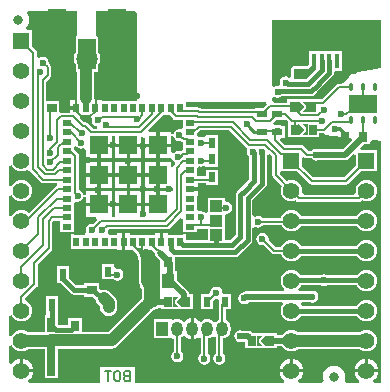
<source format=gbr>
%TF.GenerationSoftware,Altium Limited,Altium Designer,18.1.6 (161)*%
G04 Layer_Physical_Order=2*
G04 Layer_Color=16711680*
%FSLAX26Y26*%
%MOIN*%
%TF.FileFunction,Copper,L2,Bot,Signal*%
%TF.Part,Single*%
G01*
G75*
%TA.AperFunction,SMDPad,CuDef*%
%ADD10R,0.039370X0.039370*%
%ADD11R,0.030000X0.034000*%
%ADD13R,0.060000X0.160000*%
%TA.AperFunction,FiducialPad,Global*%
%ADD14C,0.031496*%
%TA.AperFunction,SMDPad,CuDef*%
%ADD15R,0.034000X0.030000*%
%TA.AperFunction,Conductor*%
%ADD16C,0.007874*%
%ADD18C,0.010000*%
%ADD19C,0.040000*%
%ADD20C,0.015000*%
%ADD21C,0.008000*%
%ADD22C,0.020000*%
%TA.AperFunction,NonConductor*%
%ADD23C,0.007874*%
%TA.AperFunction,ComponentPad*%
%ADD24R,0.055000X0.055000*%
%ADD25C,0.055000*%
%ADD26O,0.040000X0.047244*%
%ADD27R,0.040000X0.047244*%
%ADD28C,0.071000*%
%ADD29O,0.039370X0.059055*%
%TA.AperFunction,ViaPad*%
%ADD30C,0.023622*%
%TA.AperFunction,SMDPad,CuDef*%
%ADD31R,0.019685X0.031496*%
%ADD32R,0.031496X0.019685*%
%TA.AperFunction,BGAPad,CuDef*%
%ADD33R,0.062992X0.062992*%
%TA.AperFunction,SMDPad,CuDef*%
%ADD34R,0.024000X0.034000*%
%ADD35R,0.094488X0.059055*%
G04:AMPARAMS|DCode=36|XSize=15.748mil|YSize=23.622mil|CornerRadius=3.937mil|HoleSize=0mil|Usage=FLASHONLY|Rotation=0.000|XOffset=0mil|YOffset=0mil|HoleType=Round|Shape=RoundedRectangle|*
%AMROUNDEDRECTD36*
21,1,0.015748,0.015748,0,0,0.0*
21,1,0.007874,0.023622,0,0,0.0*
1,1,0.007874,0.003937,-0.007874*
1,1,0.007874,-0.003937,-0.007874*
1,1,0.007874,-0.003937,0.007874*
1,1,0.007874,0.003937,0.007874*
%
%ADD36ROUNDEDRECTD36*%
%ADD37R,0.024000X0.039000*%
%ADD38R,0.028000X0.048000*%
%ADD39R,0.015748X0.051181*%
%TA.AperFunction,SMDPad,SMDef*%
%ADD40R,0.153540X0.086610*%
%TA.AperFunction,SMDPad,CuDef*%
%ADD41R,0.042000X0.087000*%
%ADD42R,0.042000X0.042000*%
%ADD43R,0.060000X0.100000*%
%ADD44R,0.039000X0.049000*%
%ADD45R,0.034000X0.024000*%
%TA.AperFunction,Conductor*%
%ADD46C,0.039370*%
%ADD47C,0.019685*%
%ADD48C,0.025000*%
%ADD49C,0.016000*%
%ADD50C,0.011811*%
G36*
X1034000Y1056764D02*
X1029697Y1052462D01*
X1028431Y1051616D01*
X999490Y1022675D01*
X957971D01*
X957971Y1056928D01*
X1007927Y1056927D01*
X1017203Y1066203D01*
X1034000D01*
Y1056764D01*
D02*
G37*
G36*
X1249808Y1059276D02*
X1098323Y1033660D01*
X1097244Y1034277D01*
X1092743Y1040032D01*
X1094306Y1048032D01*
X1118213D01*
Y1114961D01*
X1009945D01*
Y1070743D01*
X1004158Y1064956D01*
X957971Y1064956D01*
X954899Y1064345D01*
X952294Y1062605D01*
X950554Y1060000D01*
X949943Y1056928D01*
X949943Y1031475D01*
X941943Y1027198D01*
X939177Y1029047D01*
X931496Y1030575D01*
X923815Y1029047D01*
X917304Y1024696D01*
X912953Y1018185D01*
X911425Y1010504D01*
X912161Y1006803D01*
X906074Y999901D01*
X906004Y999871D01*
X905000Y1000071D01*
X897319Y998543D01*
X893827Y996209D01*
X885827Y1000041D01*
X885827Y1219965D01*
X1249808D01*
Y1059276D01*
D02*
G37*
G36*
X1062000Y994180D02*
Y965626D01*
X1051481Y955107D01*
X1033001D01*
X1033000Y955107D01*
X1031830Y954874D01*
X1006524D01*
X1005748Y955028D01*
X987001Y955027D01*
X987000Y955027D01*
X982874Y954874D01*
X974997Y955029D01*
X974938Y955029D01*
X971998Y955028D01*
X971223Y954874D01*
X937126D01*
Y942981D01*
X892576D01*
X885827Y950981D01*
Y959959D01*
X893827Y963791D01*
X897319Y961457D01*
X905000Y959929D01*
X912681Y961457D01*
X918469Y965325D01*
X1015759D01*
X1021758Y966518D01*
X1026843Y969916D01*
X1045813Y988886D01*
X1046660Y990153D01*
X1054000Y997494D01*
X1062000Y994180D01*
D02*
G37*
G36*
X429677Y1249609D02*
X437008Y1241611D01*
X437008Y948622D01*
X318150D01*
Y952559D01*
X300204D01*
X293115Y960000D01*
Y1047126D01*
X306874D01*
Y1068109D01*
X306887Y1068126D01*
X311258Y1078677D01*
X312748Y1090000D01*
X311258Y1101323D01*
X306887Y1111874D01*
X306874Y1111891D01*
Y1162874D01*
X306461Y1163078D01*
X300635Y1169331D01*
Y1249611D01*
X429668D01*
X429677Y1249609D01*
D02*
G37*
G36*
X864766Y946000D02*
X866414Y943597D01*
X867834Y938000D01*
X866729Y936894D01*
X866546Y936620D01*
X856799Y926874D01*
X828126D01*
Y923420D01*
X648610D01*
X647744Y924287D01*
X647561Y924561D01*
X643633Y927185D01*
X639000Y928107D01*
X597677D01*
Y946000D01*
X864766Y946000D01*
D02*
G37*
G36*
X1005748Y913000D02*
X987001D01*
X998998Y923998D01*
X999000Y935001D01*
X987001Y946999D01*
X1005748Y947000D01*
Y913000D01*
D02*
G37*
G36*
X991000Y931000D02*
Y929000D01*
X974994Y912995D01*
X972000D01*
Y947000D01*
X974999Y947001D01*
X991000Y931000D01*
D02*
G37*
G36*
X237334Y1169331D02*
X231482Y1163051D01*
X231126Y1162874D01*
Y1111891D01*
X231113Y1111874D01*
X226742Y1101323D01*
X225252Y1090000D01*
X226742Y1078677D01*
X231113Y1068126D01*
X231126Y1068109D01*
Y1047126D01*
X236886D01*
Y960000D01*
X229796Y952559D01*
X211850D01*
Y930905D01*
X233504D01*
Y919095D01*
X211850D01*
Y909483D01*
X181279D01*
X181279Y909483D01*
X181042Y909715D01*
X175874Y916579D01*
Y947874D01*
X133422D01*
Y1013805D01*
X146245Y1026629D01*
X146246Y1026629D01*
X148870Y1030556D01*
X149792Y1035189D01*
X149792Y1035190D01*
Y1061315D01*
X148870Y1065948D01*
X146246Y1069876D01*
X146245Y1069876D01*
X140830Y1075292D01*
X141071Y1076504D01*
X139543Y1084185D01*
X135192Y1090696D01*
X128681Y1095047D01*
X121000Y1096575D01*
X113319Y1095047D01*
X109674Y1092611D01*
X101674Y1096316D01*
Y1110433D01*
X100752Y1115066D01*
X98128Y1118994D01*
X98127Y1118994D01*
X85371Y1131751D01*
Y1185377D01*
X68566D01*
X65851Y1193377D01*
X66287Y1193713D01*
X72195Y1201412D01*
X75909Y1210378D01*
X77176Y1220000D01*
X75909Y1229622D01*
X72195Y1238588D01*
X69876Y1241611D01*
X73821Y1249611D01*
X237334D01*
Y1169331D01*
D02*
G37*
G36*
X934638Y885332D02*
X938103Y878747D01*
X938103D01*
X938103Y878747D01*
Y828999D01*
X972178D01*
X972977Y828840D01*
X975970D01*
X976770Y828999D01*
X983851D01*
X983851Y828999D01*
X987629Y828852D01*
X987658Y828857D01*
X987978Y828845D01*
X1006725D01*
X1007501Y828999D01*
X1043851D01*
Y841831D01*
X1060279D01*
X1060279Y841831D01*
X1062000Y840418D01*
Y836000D01*
X1150227Y826197D01*
X1152875Y818648D01*
X1122451Y788224D01*
X1041158D01*
X1040681Y788543D01*
X1033000Y790071D01*
X1025319Y788543D01*
X1018808Y784192D01*
X1017414Y782107D01*
X1006807D01*
X990979Y797935D01*
X987051Y800559D01*
X982418Y801481D01*
X982418Y801481D01*
X930641D01*
X912995Y819126D01*
X916309Y827126D01*
X927874D01*
Y866874D01*
X916413D01*
X915759Y867311D01*
X911126Y868233D01*
X894626D01*
X892848Y867879D01*
X887961Y874050D01*
X887905Y874874D01*
X900157Y887126D01*
X927874D01*
Y887126D01*
X931388Y888582D01*
X934638Y885332D01*
D02*
G37*
G36*
X274843Y897441D02*
X281417D01*
X286012Y889441D01*
X284929Y884000D01*
X286457Y876319D01*
X290808Y869808D01*
X297319Y865457D01*
X301581Y864609D01*
X300793Y856609D01*
X288828D01*
X271300Y874137D01*
X267393Y876748D01*
X262784Y877664D01*
X262784Y877664D01*
X259455D01*
X247070Y890050D01*
X250131Y897441D01*
X255157D01*
Y901378D01*
X274843D01*
Y897441D01*
D02*
G37*
G36*
X556485Y888926D02*
X560392Y886315D01*
X565000Y885398D01*
X565000Y885399D01*
X587835D01*
Y860253D01*
X586999Y858902D01*
X584165Y856345D01*
X579835Y854308D01*
X576000Y855071D01*
X568319Y853543D01*
X561808Y849192D01*
X557457Y842681D01*
X556462Y837681D01*
X548462Y838469D01*
Y844289D01*
X511061D01*
Y806887D01*
X548462D01*
Y831531D01*
X556462Y832319D01*
X557457Y827319D01*
X561808Y820808D01*
X568319Y816457D01*
X576000Y814929D01*
X580583Y815841D01*
X582301Y814123D01*
X582301Y814122D01*
X586208Y811512D01*
X587835Y811188D01*
Y785847D01*
X581004Y781235D01*
X579681Y781543D01*
X572000Y783071D01*
X564319Y781543D01*
X557808Y777192D01*
X556462Y775179D01*
X548462Y777605D01*
Y795076D01*
X511061D01*
Y757675D01*
X546596D01*
X548462Y757675D01*
X554710Y753444D01*
X557808Y748808D01*
X560841Y746781D01*
X562631Y737257D01*
X559526Y734152D01*
X556902Y730224D01*
X556462Y728017D01*
X548462Y728805D01*
Y745864D01*
X511061D01*
Y702556D01*
Y659250D01*
X547980D01*
X548462Y659249D01*
X555980Y658085D01*
Y648603D01*
X548462Y647438D01*
Y647438D01*
X511061D01*
Y604131D01*
X505156D01*
Y598226D01*
X461849D01*
Y561422D01*
X450037D01*
Y598226D01*
X406730D01*
X363423D01*
Y561422D01*
X351612D01*
Y598226D01*
X308305D01*
X264998D01*
Y560824D01*
X299450D01*
X302764Y552824D01*
X289179Y539239D01*
X285000Y540071D01*
X277319Y538543D01*
X270808Y534192D01*
X266457Y527681D01*
X264929Y520000D01*
X266457Y512319D01*
X266844Y511740D01*
X262568Y503740D01*
X225934D01*
X225630Y511614D01*
X225630D01*
Y543110D01*
Y574606D01*
Y608328D01*
X233630Y613687D01*
X237441Y612929D01*
X245122Y614457D01*
X251633Y618808D01*
X255984Y625319D01*
X256998Y630418D01*
X264998Y629630D01*
Y610037D01*
X302400D01*
Y647438D01*
X264998D01*
Y636370D01*
X256998Y635582D01*
X255984Y640681D01*
X251633Y647192D01*
X245122Y651543D01*
X241737Y652216D01*
Y765370D01*
X241737Y765370D01*
X240815Y770003D01*
X238191Y773931D01*
X225630Y786491D01*
Y796641D01*
X233630Y799067D01*
X235808Y795808D01*
X242319Y791457D01*
X250000Y789929D01*
X256998Y791321D01*
X258094Y791189D01*
X264998Y786725D01*
Y757675D01*
X302400D01*
Y800981D01*
X308305D01*
Y806887D01*
X351612D01*
Y832460D01*
X363423D01*
Y806887D01*
X406730D01*
X450037D01*
Y828000D01*
X453849Y830362D01*
X461849Y825908D01*
Y806887D01*
X499250D01*
Y844289D01*
X474718D01*
X471656Y851680D01*
X521355Y901378D01*
X544032D01*
X556485Y888926D01*
D02*
G37*
G36*
X1006725Y836873D02*
X987978D01*
X999975Y847871D01*
X999977Y858874D01*
X987978Y870872D01*
X1006725Y870873D01*
Y836873D01*
D02*
G37*
G36*
X991977Y854873D02*
Y852873D01*
X975970Y836868D01*
X972977D01*
Y870873D01*
X975976Y870874D01*
X991977Y854873D01*
D02*
G37*
G36*
X1164626Y768400D02*
Y731747D01*
X1127300Y694422D01*
X1022700D01*
X985374Y731747D01*
Y758844D01*
X992765Y761906D01*
X993231Y761440D01*
X993232Y761439D01*
X997159Y758815D01*
X1001792Y757893D01*
X1001793Y757893D01*
X1017414D01*
X1018808Y755808D01*
X1025319Y751457D01*
X1033000Y749929D01*
X1040681Y751457D01*
X1041158Y751776D01*
X1129999D01*
X1130000Y751776D01*
X1136974Y753163D01*
X1142887Y757114D01*
X1157235Y771462D01*
X1164626Y768400D01*
D02*
G37*
G36*
X798809Y795125D02*
X803209Y787681D01*
X801681Y780000D01*
X803209Y772319D01*
X807560Y765808D01*
X810388Y763918D01*
Y687911D01*
X783916Y661439D01*
X783916Y661439D01*
X768916Y646439D01*
X765518Y641354D01*
X764325Y635355D01*
Y502848D01*
X747152Y485675D01*
X727559D01*
Y522441D01*
Y565976D01*
X733609Y572929D01*
X741289Y574457D01*
X747801Y578808D01*
X752151Y585319D01*
X753679Y593000D01*
X752151Y600681D01*
X747801Y607192D01*
X741289Y611543D01*
X733609Y613071D01*
X727559Y618035D01*
Y624803D01*
X701203D01*
X700000Y625042D01*
X685000D01*
X683797Y624803D01*
X672441D01*
Y578246D01*
X664441Y575820D01*
X664192Y576192D01*
X657681Y580543D01*
X650000Y582071D01*
X643079Y580694D01*
X641757Y580914D01*
X635079Y585327D01*
Y633662D01*
X639016D01*
Y649409D01*
X611457D01*
Y661220D01*
X639016D01*
Y674704D01*
X665126D01*
Y670126D01*
X704874D01*
Y719874D01*
X665126D01*
Y698918D01*
X635079D01*
Y726673D01*
X641757Y731086D01*
X643079Y731306D01*
X650000Y729929D01*
X657126Y731347D01*
X657623Y731325D01*
X665126Y730126D01*
Y730126D01*
X665126Y730126D01*
X704874D01*
Y779874D01*
X704874D01*
Y785126D01*
X704874D01*
Y834874D01*
X665126D01*
Y833190D01*
X657912Y828687D01*
X657126Y828653D01*
X650000Y830071D01*
X643079Y828694D01*
X641757Y828914D01*
X636401Y832453D01*
X635874Y840701D01*
X646067Y850893D01*
X743040D01*
X798809Y795125D01*
D02*
G37*
G36*
X1249808Y815133D02*
Y10035D01*
X1225633D01*
X1222917Y18035D01*
X1228037Y21963D01*
X1234338Y30175D01*
X1238299Y39738D01*
X1238873Y44094D01*
X1200000D01*
X1161127D01*
X1161701Y39738D01*
X1165662Y30175D01*
X1171963Y21963D01*
X1177083Y18035D01*
X1174367Y10035D01*
X1133108D01*
X1127763Y18035D01*
X1128733Y20378D01*
X1130000Y30000D01*
X1128733Y39622D01*
X1125019Y48588D01*
X1119111Y56288D01*
X1111412Y62196D01*
X1102446Y65909D01*
X1092824Y67176D01*
X1083202Y65909D01*
X1074236Y62196D01*
X1066536Y56288D01*
X1060628Y48588D01*
X1056914Y39622D01*
X1055648Y30000D01*
X1056914Y20378D01*
X1057885Y18035D01*
X1052540Y10035D01*
X975633D01*
X972917Y18035D01*
X978037Y21963D01*
X984338Y30175D01*
X988299Y39738D01*
X988873Y44094D01*
X950000D01*
X911127D01*
X911701Y39738D01*
X915662Y30175D01*
X921963Y21963D01*
X927083Y18035D01*
X924367Y10035D01*
X427748Y10035D01*
Y63234D01*
X312290D01*
Y10035D01*
X75633D01*
X72918Y18035D01*
X78037Y21963D01*
X84338Y30175D01*
X88299Y39738D01*
X88873Y44094D01*
X50000D01*
Y50000D01*
X44094D01*
Y88873D01*
X39738Y88299D01*
X30175Y84338D01*
X21963Y78037D01*
X18035Y72918D01*
X10035Y75633D01*
Y133143D01*
X18035Y134734D01*
X19101Y132160D01*
X24771Y124771D01*
X32160Y119101D01*
X40766Y115537D01*
X50000Y114321D01*
X59234Y115537D01*
X67840Y119101D01*
X71883Y122203D01*
X129227D01*
Y88874D01*
X128126D01*
Y25126D01*
X171874D01*
Y88874D01*
X170773D01*
Y123203D01*
X351000D01*
X358194Y124150D01*
X364898Y126927D01*
X370655Y131345D01*
X483155Y243845D01*
X487280Y249220D01*
X492655Y253345D01*
X494086Y254776D01*
X497000D01*
X503974Y256163D01*
X507374Y257626D01*
X515300Y257448D01*
X517126Y256548D01*
Y255126D01*
X553476D01*
X554252Y254972D01*
X572999Y254973D01*
X573000Y254973D01*
X577126Y255126D01*
X585003Y254971D01*
X585062Y254971D01*
X588002Y254972D01*
X588777Y255126D01*
X622874D01*
Y304874D01*
X609004D01*
X607710Y311378D01*
X603760Y317290D01*
X603759Y317290D01*
X567374Y353676D01*
Y382374D01*
X563224D01*
Y410000D01*
X562874Y411761D01*
Y429325D01*
X764000D01*
X769999Y430518D01*
X775084Y433916D01*
X816084Y474916D01*
X819482Y480001D01*
X820675Y486000D01*
Y525948D01*
X828675Y530224D01*
X831319Y528457D01*
X839000Y526929D01*
X846681Y528457D01*
X853192Y532808D01*
X854629Y534958D01*
X917942D01*
X919101Y532160D01*
X924771Y524771D01*
X932160Y519101D01*
X940765Y515537D01*
X950000Y514321D01*
X959235Y515537D01*
X967840Y519101D01*
X975229Y524771D01*
X980899Y532160D01*
X981585Y533815D01*
X1168416D01*
X1169101Y532160D01*
X1174771Y524771D01*
X1182160Y519101D01*
X1190765Y515537D01*
X1200000Y514321D01*
X1209235Y515537D01*
X1217840Y519101D01*
X1225229Y524771D01*
X1230899Y532160D01*
X1234464Y540765D01*
X1235679Y550000D01*
X1234464Y559235D01*
X1230899Y567840D01*
X1225229Y575229D01*
X1217840Y580899D01*
X1209235Y584463D01*
X1200000Y585679D01*
X1190765Y584463D01*
X1182160Y580899D01*
X1174771Y575229D01*
X1169101Y567840D01*
X1168416Y566185D01*
X981585D01*
X980899Y567840D01*
X975229Y575229D01*
X967840Y580899D01*
X959235Y584463D01*
X950000Y585679D01*
X940765Y584463D01*
X932160Y580899D01*
X924771Y575229D01*
X919101Y567840D01*
X915537Y559235D01*
X915511Y559042D01*
X854629D01*
X853192Y561192D01*
X846681Y565543D01*
X839000Y567071D01*
X831319Y565543D01*
X828675Y563776D01*
X820675Y568052D01*
Y618507D01*
X864332Y662164D01*
X867730Y667249D01*
X868923Y673248D01*
Y768028D01*
X869467Y768841D01*
X878991Y770631D01*
X886767Y762855D01*
Y701126D01*
X886767Y701126D01*
X887689Y696493D01*
X890313Y692565D01*
X917911Y664967D01*
X915537Y659235D01*
X914321Y650000D01*
X915537Y640765D01*
X919101Y632160D01*
X924771Y624771D01*
X932160Y619101D01*
X940765Y615537D01*
X950000Y614321D01*
X959235Y615537D01*
X964967Y617911D01*
X966668Y616210D01*
X970596Y613586D01*
X975229Y612664D01*
X975230Y612664D01*
X1174771D01*
X1174771Y612664D01*
X1179404Y613586D01*
X1183332Y616210D01*
X1185033Y617911D01*
X1190765Y615537D01*
X1200000Y614321D01*
X1209235Y615537D01*
X1217840Y619101D01*
X1225229Y624771D01*
X1230899Y632160D01*
X1234464Y640765D01*
X1235679Y650000D01*
X1234464Y659235D01*
X1230899Y667840D01*
X1225229Y675229D01*
X1217840Y680899D01*
X1209235Y684463D01*
X1200000Y685679D01*
X1190765Y684463D01*
X1182160Y680899D01*
X1174771Y675229D01*
X1169101Y667840D01*
X1165536Y659235D01*
X1164321Y650000D01*
X1164995Y644878D01*
X1159247Y636878D01*
X990753D01*
X985005Y644878D01*
X985679Y650000D01*
X984463Y659235D01*
X980899Y667840D01*
X975229Y675229D01*
X967840Y680899D01*
X959235Y684463D01*
X950000Y685679D01*
X940765Y684463D01*
X935033Y682089D01*
X910981Y706141D01*
Y708136D01*
X914626Y714626D01*
X968253D01*
X1009124Y673755D01*
X1009124Y673754D01*
X1013052Y671130D01*
X1017685Y670208D01*
X1132314D01*
X1132315Y670208D01*
X1136948Y671130D01*
X1140876Y673754D01*
X1181747Y714626D01*
X1235374D01*
Y785374D01*
X1181600D01*
X1178538Y792765D01*
X1190899Y805126D01*
X1212874D01*
Y813239D01*
X1218835Y818574D01*
X1249808Y815133D01*
D02*
G37*
G36*
X19098Y732164D02*
X24768Y724774D01*
X32157Y719104D01*
X40762Y715540D01*
X49997Y714324D01*
X59231Y715540D01*
X67836Y719104D01*
X69644Y720491D01*
X70199Y720522D01*
X78242Y717005D01*
X78382Y716300D01*
X81006Y712372D01*
X115128Y678251D01*
X115128Y678250D01*
X119056Y675626D01*
X123689Y674704D01*
X123689Y674704D01*
X167921D01*
X168709Y666704D01*
X167682Y666500D01*
X163754Y663876D01*
X163754Y663875D01*
X75161Y575282D01*
X67836Y580902D01*
X59231Y584467D01*
X49997Y585682D01*
X40762Y584467D01*
X32157Y580902D01*
X24768Y575232D01*
X19098Y567843D01*
X18035Y565277D01*
X10035Y566868D01*
Y633138D01*
X18035Y634730D01*
X19098Y632164D01*
X24768Y624774D01*
X32157Y619104D01*
X40762Y615540D01*
X49997Y614324D01*
X59231Y615540D01*
X67836Y619104D01*
X75226Y624774D01*
X80896Y632164D01*
X84460Y640769D01*
X85676Y650003D01*
X84460Y659238D01*
X80896Y667843D01*
X75226Y675232D01*
X67836Y680902D01*
X59231Y684467D01*
X49997Y685682D01*
X40762Y684467D01*
X32157Y680902D01*
X24768Y675232D01*
X19098Y667843D01*
X18035Y665277D01*
X10035Y666868D01*
Y733138D01*
X18035Y734730D01*
X19098Y732164D01*
D02*
G37*
G36*
X587835Y557183D02*
Y511614D01*
X587835D01*
X587531Y503740D01*
X538622D01*
Y507677D01*
X522874D01*
Y480118D01*
X511063D01*
Y507677D01*
X495315D01*
Y503740D01*
X412638D01*
Y507677D01*
X396890D01*
Y480118D01*
Y452559D01*
X412638D01*
Y452559D01*
X420638Y453332D01*
X428302Y445668D01*
X428302Y445668D01*
X436850Y437120D01*
X436746Y436336D01*
X437694Y429142D01*
X440471Y422438D01*
X442203Y420179D01*
Y350000D01*
X443150Y342806D01*
X445927Y336102D01*
X447126Y334539D01*
Y325126D01*
X452626Y322374D01*
Y291719D01*
X449220Y287280D01*
X443845Y283155D01*
X339486Y178797D01*
X252874D01*
Y224874D01*
X207126D01*
Y203185D01*
X172704D01*
X171874Y204015D01*
Y234874D01*
X171874D01*
X172473Y242626D01*
X172874D01*
Y297374D01*
X133126D01*
Y242626D01*
X133126D01*
X132527Y234874D01*
X128126D01*
Y177797D01*
X71883D01*
X67840Y180899D01*
X59234Y184464D01*
X50000Y185679D01*
X40766Y184464D01*
X32160Y180899D01*
X24771Y175229D01*
X19101Y167840D01*
X18035Y165266D01*
X10035Y166857D01*
Y233138D01*
X18035Y234730D01*
X19098Y232164D01*
X24768Y224774D01*
X32157Y219104D01*
X40762Y215540D01*
X49997Y214324D01*
X59231Y215540D01*
X67836Y219104D01*
X75226Y224774D01*
X80896Y232164D01*
X84460Y240769D01*
X85676Y250003D01*
X84460Y259238D01*
X80896Y267843D01*
X75226Y275232D01*
X67836Y280902D01*
X64484Y282291D01*
X63466Y290668D01*
X101899Y329101D01*
X101899Y329101D01*
X104523Y333029D01*
X105445Y337662D01*
X105445Y337662D01*
Y405324D01*
X149560Y449439D01*
X149561Y449439D01*
X152185Y453367D01*
X153107Y458000D01*
X153107Y458000D01*
Y543985D01*
X157841Y548720D01*
X178386D01*
Y511614D01*
X215483D01*
X215787Y503740D01*
X215787D01*
Y456496D01*
X369331D01*
Y452559D01*
X385079D01*
Y480118D01*
Y507677D01*
X369331D01*
Y503740D01*
X342858D01*
X338582Y511740D01*
X338706Y511926D01*
X340234Y519606D01*
X341756Y521462D01*
X536672D01*
X536673Y521462D01*
X541281Y522378D01*
X545188Y524989D01*
X580444Y560244D01*
X587835Y557183D01*
D02*
G37*
G36*
X672441Y485675D02*
X597677D01*
Y503740D01*
X597677D01*
X597981Y511614D01*
X635079D01*
Y522208D01*
X672441D01*
Y485675D01*
D02*
G37*
G36*
X485534Y452228D02*
X494939Y442823D01*
X494776Y442000D01*
X496163Y435026D01*
X500113Y429113D01*
X512000Y417227D01*
Y297000D01*
X512000Y281616D01*
X506306Y275996D01*
X460966Y276585D01*
X459895Y277742D01*
X457308Y284633D01*
X458995Y286832D01*
X459460Y287773D01*
X460043Y288646D01*
X460147Y289166D01*
X460381Y289641D01*
X460450Y290689D01*
X460654Y291719D01*
Y322374D01*
X460404Y323635D01*
X460243Y324910D01*
X460100Y325162D01*
X460043Y325446D01*
X459329Y326515D01*
X458693Y327632D01*
X458464Y327810D01*
X458303Y328051D01*
X457233Y328766D01*
X456219Y329553D01*
X455154Y330086D01*
Y334539D01*
X454950Y335569D01*
X454881Y336617D01*
X454647Y337092D01*
X454543Y337612D01*
X453960Y338485D01*
X453495Y339427D01*
X452940Y340150D01*
X450972Y344902D01*
X450231Y350526D01*
Y420179D01*
X450027Y421209D01*
X449958Y422257D01*
X449724Y422732D01*
X449620Y423252D01*
X449037Y424125D01*
X448572Y425067D01*
X447483Y426486D01*
X445515Y431238D01*
X444795Y436705D01*
X444878Y437120D01*
X444673Y438150D01*
X444604Y439198D01*
X444370Y439673D01*
X444267Y440192D01*
X443684Y441065D01*
X443219Y442007D01*
X442821Y442356D01*
X442526Y442797D01*
X440901Y444423D01*
X444229Y452408D01*
X485534Y452228D01*
D02*
G37*
G36*
X561002Y286002D02*
X561000Y274999D01*
X572999Y263001D01*
X554252Y263000D01*
Y297000D01*
X572999D01*
X561002Y286002D01*
D02*
G37*
G36*
X588000Y263000D02*
X585001Y262999D01*
X569000Y279000D01*
Y281000D01*
X585006Y297005D01*
X588000D01*
Y263000D01*
D02*
G37*
%LPC*%
G36*
X450037Y795076D02*
X412636D01*
Y757675D01*
X450037D01*
Y795076D01*
D02*
G37*
G36*
X400825D02*
X363423D01*
Y757675D01*
X400825D01*
Y795076D01*
D02*
G37*
G36*
X351612D02*
X314211D01*
Y757675D01*
X351612D01*
Y795076D01*
D02*
G37*
G36*
X499250D02*
X461849D01*
Y757675D01*
X499250D01*
Y795076D01*
D02*
G37*
G36*
X450037Y745864D02*
X412636D01*
Y708462D01*
X450037D01*
Y745864D01*
D02*
G37*
G36*
X351612D02*
X314211D01*
Y708462D01*
X351612D01*
Y745864D01*
D02*
G37*
G36*
X499250D02*
X461849D01*
Y708462D01*
X499250D01*
Y745864D01*
D02*
G37*
G36*
X400825D02*
X363423D01*
Y708462D01*
X400825D01*
Y745864D01*
D02*
G37*
G36*
X302400D02*
X264998D01*
Y708462D01*
X302400D01*
Y745864D01*
D02*
G37*
G36*
X450037Y696651D02*
X412636D01*
Y659250D01*
X450037D01*
Y696651D01*
D02*
G37*
G36*
X400825D02*
X363423D01*
Y659250D01*
X400825D01*
Y696651D01*
D02*
G37*
G36*
X351612D02*
X314211D01*
Y659250D01*
X351612D01*
Y696651D01*
D02*
G37*
G36*
X302400D02*
X264998D01*
Y659250D01*
X302400D01*
Y696651D01*
D02*
G37*
G36*
X499250D02*
X461849D01*
Y659250D01*
X499250D01*
Y696651D01*
D02*
G37*
G36*
X450037Y647438D02*
X412636D01*
Y610037D01*
X450037D01*
Y647438D01*
D02*
G37*
G36*
X351612D02*
X314211D01*
Y610037D01*
X351612D01*
Y647438D01*
D02*
G37*
G36*
X499250D02*
X461849D01*
Y610037D01*
X499250D01*
Y647438D01*
D02*
G37*
G36*
X400825D02*
X363423D01*
Y610037D01*
X400825D01*
Y647438D01*
D02*
G37*
G36*
X854000Y508981D02*
X846319Y507453D01*
X839808Y503102D01*
X835457Y496591D01*
X833929Y488910D01*
X835457Y481229D01*
X839808Y474718D01*
X846319Y470367D01*
X854000Y468839D01*
X856536Y469344D01*
X884394Y441485D01*
X884394Y441485D01*
X888301Y438874D01*
X892910Y437957D01*
X892910Y437958D01*
X916700D01*
X919101Y432160D01*
X924771Y424771D01*
X932160Y419101D01*
X940765Y415536D01*
X950000Y414321D01*
X959235Y415536D01*
X967840Y419101D01*
X975229Y424771D01*
X980899Y432160D01*
X981585Y433815D01*
X1168416D01*
X1169101Y432160D01*
X1174771Y424771D01*
X1182160Y419101D01*
X1190765Y415536D01*
X1200000Y414321D01*
X1209235Y415536D01*
X1217840Y419101D01*
X1225229Y424771D01*
X1230899Y432160D01*
X1234464Y440765D01*
X1235679Y450000D01*
X1234464Y459235D01*
X1230899Y467840D01*
X1225229Y475229D01*
X1217840Y480899D01*
X1209235Y484464D01*
X1200000Y485679D01*
X1190765Y484464D01*
X1182160Y480899D01*
X1174771Y475229D01*
X1169101Y467840D01*
X1168416Y466185D01*
X981585D01*
X980899Y467840D01*
X975229Y475229D01*
X967840Y480899D01*
X959235Y484464D01*
X950000Y485679D01*
X940765Y484464D01*
X932160Y480899D01*
X924771Y475229D01*
X919101Y467840D01*
X916700Y462042D01*
X897898D01*
X873566Y486374D01*
X874071Y488910D01*
X872543Y496591D01*
X868192Y503102D01*
X861681Y507453D01*
X854000Y508981D01*
D02*
G37*
G36*
X1200000Y385679D02*
X1190765Y384464D01*
X1182160Y380899D01*
X1174771Y375229D01*
X1169366Y368185D01*
X1070209D01*
X1066681Y370543D01*
X1059000Y372071D01*
X1051319Y370543D01*
X1047791Y368185D01*
X980634D01*
X975229Y375229D01*
X967840Y380899D01*
X959235Y384464D01*
X950000Y385679D01*
X940765Y384464D01*
X932160Y380899D01*
X924771Y375229D01*
X919101Y367840D01*
X915537Y359235D01*
X914321Y350000D01*
X915537Y340765D01*
X919101Y332160D01*
X924771Y324771D01*
X926787Y323224D01*
X924071Y315224D01*
X799000D01*
X799000Y315224D01*
X792026Y313837D01*
X786256Y309981D01*
X785634Y309858D01*
X779123Y305507D01*
X774772Y298996D01*
X773244Y291315D01*
X774772Y283634D01*
X779123Y277123D01*
X785634Y272772D01*
X793315Y271244D01*
X800996Y272772D01*
X807507Y277123D01*
X808611Y278776D01*
X917409D01*
X921354Y270776D01*
X919101Y267840D01*
X915537Y259235D01*
X914321Y250000D01*
X915537Y240766D01*
X919101Y232160D01*
X924771Y224771D01*
X932160Y219101D01*
X940765Y215536D01*
X950000Y214321D01*
X959235Y215536D01*
X967840Y219101D01*
X975229Y224771D01*
X980899Y232160D01*
X981585Y233815D01*
X1168416D01*
X1169101Y232160D01*
X1174771Y224771D01*
X1182160Y219101D01*
X1190765Y215536D01*
X1200000Y214321D01*
X1209235Y215536D01*
X1217840Y219101D01*
X1225229Y224771D01*
X1230899Y232160D01*
X1234464Y240766D01*
X1235679Y250000D01*
X1234464Y259235D01*
X1230899Y267840D01*
X1225229Y275229D01*
X1217840Y280899D01*
X1209235Y284464D01*
X1200000Y285679D01*
X1190765Y284464D01*
X1182160Y280899D01*
X1174771Y275229D01*
X1169101Y267840D01*
X1168416Y266185D01*
X984621D01*
X981435Y271255D01*
X985385Y278776D01*
X1011842D01*
X1012319Y278457D01*
X1020000Y276929D01*
X1027681Y278457D01*
X1034192Y282808D01*
X1038543Y289319D01*
X1040071Y297000D01*
X1038543Y304681D01*
X1034192Y311192D01*
X1027681Y315543D01*
X1020000Y317071D01*
X1012319Y315543D01*
X1011842Y315224D01*
X975929D01*
X973213Y323224D01*
X975229Y324771D01*
X980899Y332160D01*
X982413Y335815D01*
X1047791D01*
X1051319Y333457D01*
X1059000Y331929D01*
X1066681Y333457D01*
X1070209Y335815D01*
X1167587D01*
X1169101Y332160D01*
X1174771Y324771D01*
X1182160Y319101D01*
X1190765Y315536D01*
X1200000Y314321D01*
X1209235Y315536D01*
X1217840Y319101D01*
X1225229Y324771D01*
X1230899Y332160D01*
X1234464Y340765D01*
X1235679Y350000D01*
X1234464Y359235D01*
X1230899Y367840D01*
X1225229Y375229D01*
X1217840Y380899D01*
X1209235Y384464D01*
X1200000Y385679D01*
D02*
G37*
G36*
X614095Y224930D02*
X611696Y224614D01*
X603957Y221409D01*
X597625Y216550D01*
X592494Y213502D01*
X589880D01*
X584057Y217970D01*
X577277Y220779D01*
X570000Y221737D01*
X562723Y220779D01*
X555943Y217970D01*
X555874Y217917D01*
X547874Y221496D01*
Y221496D01*
X492126D01*
Y158504D01*
X547874D01*
Y158504D01*
X549957Y159436D01*
X557958Y154251D01*
Y113629D01*
X555808Y112192D01*
X551457Y105681D01*
X549929Y98000D01*
X551457Y90319D01*
X555808Y83808D01*
X562319Y79457D01*
X570000Y77929D01*
X577681Y79457D01*
X584192Y83808D01*
X588543Y90319D01*
X590071Y98000D01*
X588543Y105681D01*
X584192Y112192D01*
X582042Y113629D01*
Y161196D01*
X584057Y162030D01*
X589880Y166498D01*
X592494D01*
X597625Y163450D01*
X603957Y158591D01*
X611696Y155386D01*
X614095Y155070D01*
Y190000D01*
Y224930D01*
D02*
G37*
G36*
X700000Y330071D02*
X692319Y328543D01*
X685808Y324192D01*
X681457Y317681D01*
X679929Y310000D01*
X673275Y304874D01*
X650126D01*
Y255126D01*
X689874D01*
Y282843D01*
X697464Y290434D01*
X700000Y289929D01*
X702126Y290352D01*
X710126Y284202D01*
Y276595D01*
X708815Y274633D01*
X707893Y270000D01*
X707893Y270000D01*
Y218778D01*
X705943Y217970D01*
X700120Y213502D01*
X700042Y213400D01*
X689958D01*
X689880Y213502D01*
X684057Y217970D01*
X677277Y220779D01*
X670000Y221737D01*
X662723Y220779D01*
X655943Y217970D01*
X650120Y213502D01*
X647506D01*
X642375Y216550D01*
X636043Y221409D01*
X628304Y224614D01*
X625905Y224930D01*
Y190000D01*
Y155070D01*
X628304Y155386D01*
X636043Y158591D01*
X639958Y161595D01*
X647958Y158035D01*
Y105629D01*
X645808Y104192D01*
X641457Y97681D01*
X639929Y90000D01*
X641457Y82319D01*
X645808Y75808D01*
X652319Y71457D01*
X660000Y69929D01*
X667681Y71457D01*
X674192Y75808D01*
X678543Y82319D01*
X680071Y90000D01*
X678543Y97681D01*
X674192Y104192D01*
X672042Y105629D01*
Y158532D01*
X677277Y159221D01*
X684057Y162030D01*
X689880Y166498D01*
X689958Y166599D01*
X697958Y163883D01*
Y105629D01*
X695808Y104192D01*
X691457Y97681D01*
X689929Y90000D01*
X691457Y82319D01*
X695808Y75808D01*
X702319Y71457D01*
X710000Y69929D01*
X717681Y71457D01*
X724192Y75808D01*
X728543Y82319D01*
X730071Y90000D01*
X728543Y97681D01*
X724192Y104192D01*
X722042Y105629D01*
Y158532D01*
X727277Y159221D01*
X734057Y162030D01*
X739880Y166498D01*
X744348Y172321D01*
X747157Y179101D01*
X748115Y186378D01*
Y193622D01*
X747157Y200899D01*
X744348Y207679D01*
X739880Y213502D01*
X734057Y217970D01*
X732107Y218778D01*
Y255126D01*
X749874D01*
Y304874D01*
X724278D01*
X720071Y310000D01*
X718543Y317681D01*
X714192Y324192D01*
X707681Y328543D01*
X700000Y330071D01*
D02*
G37*
G36*
X1200000Y185679D02*
X1190765Y184464D01*
X1182160Y180899D01*
X1178117Y177797D01*
X971883D01*
X967840Y180899D01*
X959235Y184464D01*
X950000Y185679D01*
X940765Y184464D01*
X932160Y180899D01*
X924771Y175229D01*
X919396Y168224D01*
X902874D01*
Y174874D01*
X868799D01*
X868000Y175033D01*
X865006D01*
X864207Y174874D01*
X857126D01*
X857126Y174874D01*
X853348Y175021D01*
X853319Y175016D01*
X852999Y175028D01*
X834252D01*
X833476Y174874D01*
X820899D01*
X817886Y177887D01*
X811974Y181837D01*
X805000Y183224D01*
X805000Y183224D01*
X788158D01*
X787681Y183543D01*
X780000Y185071D01*
X772319Y183543D01*
X765808Y179192D01*
X761457Y172681D01*
X759929Y165000D01*
X761457Y157319D01*
X765808Y150808D01*
X772319Y146457D01*
X780000Y144929D01*
X787681Y146457D01*
X788158Y146776D01*
X797126D01*
Y125126D01*
X833476D01*
X834252Y124972D01*
X852999Y124973D01*
X853000Y124973D01*
X857126Y125126D01*
X865003Y124971D01*
X865062Y124971D01*
X868002Y124972D01*
X868777Y125126D01*
X902874D01*
Y131776D01*
X919396D01*
X924771Y124771D01*
X932160Y119101D01*
X940765Y115537D01*
X950000Y114321D01*
X959235Y115537D01*
X967840Y119101D01*
X971883Y122203D01*
X1178117D01*
X1182160Y119101D01*
X1190765Y115537D01*
X1200000Y114321D01*
X1209235Y115537D01*
X1217840Y119101D01*
X1225229Y124771D01*
X1230899Y132160D01*
X1234464Y140766D01*
X1235679Y150000D01*
X1234464Y159234D01*
X1230899Y167840D01*
X1225229Y175229D01*
X1217840Y180899D01*
X1209235Y184464D01*
X1200000Y185679D01*
D02*
G37*
G36*
X1205906Y88873D02*
Y55906D01*
X1238873D01*
X1238299Y60262D01*
X1234338Y69825D01*
X1228037Y78037D01*
X1219825Y84338D01*
X1210262Y88299D01*
X1205906Y88873D01*
D02*
G37*
G36*
X955905D02*
Y55906D01*
X988873D01*
X988299Y60262D01*
X984338Y69825D01*
X978037Y78037D01*
X969825Y84338D01*
X960262Y88299D01*
X955905Y88873D01*
D02*
G37*
G36*
X55906D02*
Y55906D01*
X88873D01*
X88299Y60262D01*
X84338Y69825D01*
X78037Y78037D01*
X69825Y84338D01*
X60262Y88299D01*
X55906Y88873D01*
D02*
G37*
G36*
X1194094D02*
X1189738Y88299D01*
X1180175Y84338D01*
X1171963Y78037D01*
X1165662Y69825D01*
X1161701Y60262D01*
X1161127Y55906D01*
X1194094D01*
Y88873D01*
D02*
G37*
G36*
X944095D02*
X939738Y88299D01*
X930175Y84338D01*
X921963Y78037D01*
X915662Y69825D01*
X911701Y60262D01*
X911127Y55906D01*
X944095D01*
Y88873D01*
D02*
G37*
%LPD*%
G36*
X841002Y156002D02*
X841000Y144999D01*
X852999Y133001D01*
X834252Y133000D01*
Y167000D01*
X852999D01*
X841002Y156002D01*
D02*
G37*
G36*
X868000Y133000D02*
X865001Y132999D01*
X849000Y149000D01*
Y151000D01*
X865006Y167005D01*
X868000D01*
Y133000D01*
D02*
G37*
%LPC*%
G36*
X359874Y404874D02*
X320126D01*
Y355126D01*
X356828D01*
X362319Y351457D01*
X370000Y349929D01*
X377681Y351457D01*
X384192Y355808D01*
X388543Y362319D01*
X390071Y370000D01*
X388543Y377681D01*
X384192Y384192D01*
X377681Y388543D01*
X370000Y390071D01*
X367874Y389648D01*
X359874Y395798D01*
Y404874D01*
D02*
G37*
G36*
X209874Y397374D02*
X170126D01*
Y342626D01*
X180485D01*
X214555Y308555D01*
X219806Y305047D01*
X226000Y303815D01*
X260126D01*
Y297126D01*
X289985D01*
X296776Y290335D01*
X297553Y284433D01*
X300362Y277653D01*
X304830Y271830D01*
X312885Y263774D01*
Y261000D01*
X313844Y253723D01*
X316652Y246943D01*
X321120Y241120D01*
X326943Y236652D01*
X333723Y233844D01*
X341000Y232886D01*
X348277Y233844D01*
X355057Y236652D01*
X360880Y241120D01*
X365348Y246943D01*
X368156Y253723D01*
X369115Y261000D01*
Y275419D01*
X369115Y275420D01*
X368156Y282696D01*
X365348Y289477D01*
X360880Y295300D01*
X360880Y295300D01*
X344590Y311590D01*
X338767Y316058D01*
X331986Y318866D01*
X324710Y319824D01*
X317433Y318866D01*
X315891Y318228D01*
X309874Y323172D01*
Y342874D01*
X260126D01*
Y336185D01*
X232704D01*
X209874Y359015D01*
Y397374D01*
D02*
G37*
%LPD*%
D10*
X700000Y597244D02*
D03*
Y550000D02*
D03*
Y502756D02*
D03*
D11*
X820000Y150000D02*
D03*
X880000D02*
D03*
X960977Y853873D02*
D03*
X1020977D02*
D03*
X1020000Y930000D02*
D03*
X960000D02*
D03*
X230000Y200000D02*
D03*
X290000D02*
D03*
X540000Y412000D02*
D03*
X600000D02*
D03*
X470000Y350000D02*
D03*
X410000D02*
D03*
X480000Y410000D02*
D03*
X420000D02*
D03*
X600000Y280000D02*
D03*
X540000D02*
D03*
X1190000Y830000D02*
D03*
X1130000D02*
D03*
D13*
X369000Y1175000D02*
D03*
X169000D02*
D03*
D14*
X40000Y1220000D02*
D03*
X1092824Y30000D02*
D03*
D15*
X151000Y985000D02*
D03*
Y925000D02*
D03*
X285000Y320000D02*
D03*
Y260000D02*
D03*
D16*
X436817Y454183D02*
X453976Y454976D01*
X436817Y454183D02*
X454664Y436336D01*
X422480Y468520D02*
X436817Y454183D01*
X454664Y436336D02*
X464543D01*
X422480Y468520D02*
Y480118D01*
X453976Y454976D02*
Y480118D01*
X700000Y610000D02*
X717000Y593000D01*
X685000Y613000D02*
X700000D01*
X430000Y895000D02*
X436000Y889000D01*
X319000Y895000D02*
X430000D01*
X308000Y884000D02*
X319000Y895000D01*
X333794Y868252D02*
X341046Y861000D01*
X333794Y868252D02*
Y869206D01*
X441495Y861000D02*
X485472Y904977D01*
X341046Y861000D02*
X441495D01*
X1120000Y840000D02*
X1124000Y844000D01*
X233504Y914202D02*
Y925000D01*
Y914202D02*
X250265Y897441D01*
X280441D02*
X296496Y913496D01*
X250265Y897441D02*
X280441D01*
X168622Y812656D02*
Y884784D01*
X145000Y789034D02*
X168622Y812656D01*
Y884784D02*
X175000Y891162D01*
X283840Y844567D02*
X310938D01*
X262784Y865622D02*
X283840Y844567D01*
X254467Y865622D02*
X262784D01*
X222648Y897441D02*
X254467Y865622D01*
X181279Y897441D02*
X222648D01*
X296496Y913496D02*
Y925000D01*
X565000Y897441D02*
X635199D01*
X548465Y913976D02*
X565000Y897441D01*
X643622Y911378D02*
X858334D01*
X639000Y916000D02*
X643622Y911378D01*
X853000Y883000D02*
X879000D01*
X903000Y907000D01*
X962000Y883000D02*
X1052000D01*
X954000D02*
X962000D01*
X930000Y907000D02*
X954000Y883000D01*
X903000Y907000D02*
X930000D01*
X858334Y911378D02*
X875289Y928334D01*
X441000Y889000D02*
X453976Y901976D01*
X436000Y889000D02*
X441000D01*
X485472Y904977D02*
Y925000D01*
X212677Y507677D02*
X231677D01*
X234000Y510000D01*
X145000Y919000D02*
X151000Y925000D01*
X145000Y825000D02*
Y919000D01*
X839000Y547000D02*
X941000D01*
X942000Y548000D01*
X945000Y545000D01*
X145000Y776000D02*
Y789034D01*
X583898Y702000D02*
X600205Y718307D01*
X583898Y580729D02*
Y702000D01*
X717000Y593000D02*
X733608D01*
X700000Y610000D02*
Y613000D01*
X580856Y763000D02*
X590376Y772520D01*
X572000Y763000D02*
X580856D01*
X583898Y829557D02*
Y835000D01*
X601614Y822638D02*
X611457Y812795D01*
X590816Y822638D02*
X601614D01*
X583898Y829557D02*
X590816Y822638D01*
X576000Y835000D02*
X583898D01*
X1083000Y807000D02*
X1107000D01*
X582323Y507677D02*
X602323D01*
X568000Y522000D02*
X582323Y507677D01*
X453976Y901976D02*
Y925000D01*
X602677Y772520D02*
X611457Y781299D01*
X590376Y772520D02*
X602677D01*
X305000Y884000D02*
X308000D01*
X332000Y871000D02*
X333794Y869206D01*
X248096Y842000D02*
X253000D01*
X214309Y844291D02*
X248600Y810000D01*
X213065Y877031D02*
X248096Y842000D01*
X203252Y877031D02*
X213065D01*
X202008Y844291D02*
X214309D01*
X248600Y810000D02*
X250000D01*
X181215Y897378D02*
X181279Y897441D01*
X650000Y750000D02*
X680000D01*
X650000Y534315D02*
Y562000D01*
X1052000Y883000D02*
X1054000Y881000D01*
X1107000Y807000D02*
X1130000Y830000D01*
X202008Y875787D02*
X203252Y877031D01*
X1134000Y904000D02*
X1150000Y920000D01*
X1116000Y904000D02*
X1134000D01*
X1020000Y849850D02*
X1024023Y853873D01*
X1020000Y849850D02*
Y860000D01*
X1020977Y853873D02*
X1024023D01*
X1120000Y840000D02*
X1130000Y830000D01*
X570000Y98000D02*
Y190000D01*
X340000Y380000D02*
X350000Y370000D01*
X370000D01*
X516968Y480118D02*
Y492419D01*
X225000Y965000D02*
X232126Y957874D01*
Y926378D02*
Y957874D01*
Y926378D02*
X233504Y925000D01*
X297874Y926378D02*
Y957874D01*
X296496Y925000D02*
X297874Y926378D01*
X680000Y750000D02*
X685000Y755000D01*
X650000Y810000D02*
X685000D01*
X485472Y469320D02*
X503982Y450811D01*
X485472Y469320D02*
Y480118D01*
X548465Y913976D02*
Y925000D01*
X515000Y923032D02*
X516968Y925000D01*
X503982Y450811D02*
X504189D01*
X670000Y280000D02*
X700000Y310000D01*
X660000Y90000D02*
Y180000D01*
X670000Y190000D01*
X710000Y90000D02*
Y180000D01*
X720000Y190000D01*
X1190000Y940000D02*
Y995118D01*
Y830000D02*
Y884882D01*
X1150630Y879622D02*
Y884882D01*
X945000Y545000D02*
X950000Y550000D01*
X854000Y488910D02*
X892910Y450000D01*
X950000D01*
X320163Y519606D02*
X334061Y533504D01*
X536673D01*
X583898Y580729D01*
X600205Y718307D02*
X611457D01*
X504189Y450811D02*
X513000Y442000D01*
X1086028Y879622D02*
X1150630D01*
X1024023Y853873D02*
X1060280D01*
X1086028Y879622D01*
X960977Y853873D02*
Y881977D01*
X962000Y883000D01*
D18*
X825000Y847000D02*
X853000D01*
X808172Y863828D02*
X825000Y847000D01*
D19*
X265000Y1080000D02*
X280000Y1095000D01*
X265000Y960000D02*
Y1080000D01*
X324710Y291710D02*
X341000Y275420D01*
Y261000D02*
Y275420D01*
D20*
X805000Y625000D02*
X853248Y673248D01*
X805000Y486000D02*
Y625000D01*
X764000Y445000D02*
X805000Y486000D01*
X780000Y635355D02*
X795000Y650355D01*
X780000Y496355D02*
Y635355D01*
X753645Y470000D02*
X780000Y496355D01*
X905000Y980000D02*
X910000D01*
X911000Y981000D01*
X931496Y1010504D02*
X934065D01*
X937569Y1007000D02*
X1005983D01*
X934065Y1010504D02*
X937569Y1007000D01*
X911000Y981000D02*
X1015759D01*
X1034729Y999970D01*
X1005983Y1007000D02*
X1039515Y1040532D01*
X795000Y650355D02*
X826322Y681678D01*
X795000Y650355D02*
Y650355D01*
X1048941Y1049537D02*
Y1049958D01*
X1039935Y1040532D02*
X1048941Y1049537D01*
X1039515Y1040532D02*
X1039935D01*
X590079Y470000D02*
X700000D01*
Y502756D01*
X560000Y445000D02*
X764000D01*
X700000Y470000D02*
X753645D01*
X853248Y780000D02*
Y782126D01*
Y673248D02*
Y780000D01*
X1051283Y1052300D02*
Y1081496D01*
X1048941Y1049958D02*
X1051283Y1052300D01*
X548465Y456535D02*
Y480118D01*
Y456535D02*
X560000Y445000D01*
X1076874Y1042535D02*
Y1081496D01*
X1073941Y1039182D02*
Y1039602D01*
X1076874Y1042535D01*
X1050290Y1015532D02*
X1073941Y1039182D01*
X1049870Y1015532D02*
X1050290D01*
X1034729Y999970D02*
Y1000390D01*
X1049870Y1015532D01*
X826063Y681937D02*
Y775689D01*
Y681937D02*
X826322Y681678D01*
X821752Y780000D02*
X826063Y775689D01*
X579961Y480118D02*
X590079Y470000D01*
D21*
X894626Y856126D02*
X911126D01*
X894626Y820374D02*
Y850000D01*
X568087Y725591D02*
X590622Y748126D01*
X568087Y587278D02*
Y725591D01*
X530124Y549315D02*
X568087Y587278D01*
X310938Y844567D02*
X447422D01*
X748055Y863000D02*
X807370Y803685D01*
X622343Y844291D02*
X641052Y863000D01*
X748055D01*
X611457Y844291D02*
X622343D01*
X635199Y897441D02*
X637892Y894748D01*
X614543Y878874D02*
X754630D01*
X611457Y875787D02*
X614543Y878874D01*
X819460Y894748D02*
X831208Y883000D01*
X637892Y894748D02*
X819460D01*
X754630Y878874D02*
X813945Y819559D01*
X831208Y883000D02*
X853000D01*
X877830Y930874D02*
X949874D01*
X875289Y928334D02*
X877830Y930874D01*
X949874D02*
X960000Y941000D01*
X813945Y819559D02*
X869634D01*
X447422Y844567D02*
X515000Y912145D01*
Y923032D01*
X588961Y916000D02*
X639000D01*
X152827Y560827D02*
X202008D01*
X141000Y549000D02*
X152827Y560827D01*
X141000Y458000D02*
Y549000D01*
X160323Y592323D02*
X202008D01*
X124000Y556000D02*
X160323Y592323D01*
X124000Y468323D02*
Y556000D01*
X167819Y623819D02*
X202008D01*
X105000Y561000D02*
X167819Y623819D01*
X105000Y505006D02*
Y561000D01*
X869208Y850000D02*
X894626D01*
X229630Y640811D02*
Y765370D01*
X213701Y781299D02*
X229630Y765370D01*
X202008Y781299D02*
X213701D01*
X229630Y640811D02*
X237441Y633000D01*
X191121Y812795D02*
X202008D01*
X172685Y794359D02*
X191121Y812795D01*
X121315Y734083D02*
Y1018819D01*
X105441Y727508D02*
Y1036441D01*
X89567Y720933D02*
Y1110433D01*
X49997Y1150003D02*
X89567Y1110433D01*
Y720933D02*
X123689Y686811D01*
X172685Y770189D02*
Y794359D01*
X146389Y743894D02*
X172685Y770189D01*
X145000Y743894D02*
X146389D01*
X590622Y748126D02*
X609780D01*
X175000Y891162D02*
X181215Y897378D01*
X609780Y748126D02*
X611457Y749803D01*
X196205Y744000D02*
X202008Y749803D01*
X178602Y744000D02*
X196205D01*
X154811Y720209D02*
X178602Y744000D01*
X105441Y727508D02*
X128614Y704335D01*
X105441Y1036441D02*
X114000Y1045000D01*
X121315Y734083D02*
X135189Y720209D01*
X121315Y1018819D02*
X137685Y1035189D01*
X123689Y686811D02*
X202008D01*
X175358Y718307D02*
X202008D01*
X161386Y704335D02*
X175358Y718307D01*
X128614Y704335D02*
X161386D01*
X135189Y720209D02*
X154811D01*
X172315Y655315D02*
X202008D01*
X67003Y550003D02*
X172315Y655315D01*
X650000Y534315D02*
X685000D01*
X616441D02*
X650000D01*
X611457Y529331D02*
X616441Y534315D01*
X685000D02*
Y545000D01*
X579961Y925000D02*
X588961Y916000D01*
X121000Y1076504D02*
X122496D01*
X137685Y1061315D01*
Y1035189D02*
Y1061315D01*
X49997Y294320D02*
X93338Y337662D01*
Y410338D02*
X141000Y458000D01*
X93338Y337662D02*
Y410338D01*
X49997Y250003D02*
Y294320D01*
Y550003D02*
X67003D01*
X981874Y901126D02*
X1039918D01*
X960000Y923000D02*
X981874Y901126D01*
X1039918D02*
X1057792Y919000D01*
X1058000D01*
X915693Y773500D02*
X926500D01*
X950000Y750000D01*
X925626Y789374D02*
X982418D01*
X894626Y820374D02*
X925626Y789374D01*
X807370Y803685D02*
X863059D01*
X898874Y767870D01*
X982418Y789374D02*
X1001792Y770000D01*
X49997Y394320D02*
X124000Y468323D01*
X49997Y450003D02*
X105000Y505006D01*
X296478Y529417D02*
Y529417D01*
X287061Y520000D02*
X296478Y529417D01*
X49997Y350003D02*
Y394320D01*
X285000Y520000D02*
X287061D01*
X676811Y686811D02*
X685000Y695000D01*
X611457Y686811D02*
X676811D01*
X720000Y190000D02*
Y270000D01*
X730000Y280000D01*
X960000Y930000D02*
Y941000D01*
Y923000D02*
Y930000D01*
X1020000D02*
X1033000Y943000D01*
X950000Y750000D02*
X1017685Y682315D01*
X1132315D02*
X1200000Y750000D01*
X898874Y701126D02*
X950000Y650000D01*
X975229Y624771D01*
X1174771D01*
X1200000Y650000D01*
X1017685Y682315D02*
X1132315D01*
X296478Y529417D02*
X316376Y549315D01*
X530124D01*
X1033000Y943000D02*
X1056496D01*
X1108614Y995118D02*
X1150630D01*
X1056496Y943000D02*
X1108614Y995118D01*
X869634Y819559D02*
X915693Y773500D01*
X898874Y701126D02*
Y767870D01*
X1001792Y770000D02*
X1033000D01*
D22*
X473000Y273000D02*
X497000D01*
X490000Y280000D02*
X540000D01*
X480000Y290000D02*
X490000Y280000D01*
X513000Y442000D02*
X545000Y410000D01*
X540000Y350000D02*
X545277D01*
X590756Y289479D02*
X590873Y289362D01*
X590756Y289479D02*
X590873Y289596D01*
Y304404D01*
X545277Y350000D02*
X590873Y304404D01*
X590638Y289362D02*
X600000Y280000D01*
X590638Y289362D02*
X590873D01*
X463500Y263500D02*
X473000Y273000D01*
X980315Y1045767D02*
X983082Y1043000D01*
X995000D01*
X799000Y297000D02*
X1020000D01*
X793315Y291315D02*
X799000Y297000D01*
X545000Y373090D02*
Y410000D01*
X533315Y361405D02*
X545000Y373090D01*
X880000Y150000D02*
X950000D01*
X1130000Y770000D02*
X1190000Y830000D01*
X1033000Y770000D02*
X1130000D01*
X780000Y165000D02*
X805000D01*
X820000Y150000D01*
D23*
X412000Y47486D02*
Y16000D01*
X396257D01*
X391009Y21248D01*
Y26495D01*
X396257Y31743D01*
X412000D01*
X396257D01*
X391009Y36991D01*
Y42238D01*
X396257Y47486D01*
X412000D01*
X364771D02*
X375266D01*
X380514Y42238D01*
Y21248D01*
X375266Y16000D01*
X364771D01*
X359524Y21248D01*
Y42238D01*
X364771Y47486D01*
X349028D02*
X328038D01*
X338533D01*
Y16000D01*
D24*
X1200000Y750000D02*
D03*
X950000D02*
D03*
X49997Y1150003D02*
D03*
D25*
X1200000Y550000D02*
D03*
Y450000D02*
D03*
Y650000D02*
D03*
Y350000D02*
D03*
Y250000D02*
D03*
Y150000D02*
D03*
Y50000D02*
D03*
X950000Y550000D02*
D03*
Y450000D02*
D03*
Y650000D02*
D03*
Y350000D02*
D03*
Y250000D02*
D03*
Y150000D02*
D03*
Y50000D02*
D03*
X49997Y1050003D02*
D03*
Y950003D02*
D03*
Y650003D02*
D03*
Y850003D02*
D03*
Y750003D02*
D03*
Y550003D02*
D03*
X50000Y150000D02*
D03*
Y50000D02*
D03*
X49997Y450003D02*
D03*
Y350003D02*
D03*
Y250003D02*
D03*
D26*
X670000Y190000D02*
D03*
X620000D02*
D03*
X720000D02*
D03*
X570000D02*
D03*
D27*
X520000D02*
D03*
D28*
X269000Y1090000D02*
D03*
D29*
X934748Y1175000D02*
D03*
X1219000D02*
D03*
D30*
X333794Y868252D02*
D03*
X801000Y871000D02*
D03*
X436000Y889000D02*
D03*
X535000Y886000D02*
D03*
X575000Y869000D02*
D03*
X905000Y980000D02*
D03*
X931000Y1042000D02*
D03*
X900000Y1021000D02*
D03*
X901575Y1051181D02*
D03*
X931496Y1010504D02*
D03*
X973000Y1035000D02*
D03*
X995000Y1043000D02*
D03*
X145000Y825000D02*
D03*
X748000Y522000D02*
D03*
X839000Y547000D02*
D03*
X273000Y752000D02*
D03*
X145000Y776000D02*
D03*
X733608Y593000D02*
D03*
X572000Y763000D02*
D03*
X576000Y835000D02*
D03*
X1083000Y807000D02*
D03*
X641000Y503000D02*
D03*
X568000Y522000D02*
D03*
X172000Y488000D02*
D03*
X109000Y652000D02*
D03*
X53000Y600000D02*
D03*
X237441Y633000D02*
D03*
X456000Y800000D02*
D03*
X253000Y604000D02*
D03*
X305000Y884000D02*
D03*
X253000Y842000D02*
D03*
X250000Y810000D02*
D03*
X145000Y743894D02*
D03*
X649000Y653000D02*
D03*
X650000Y750000D02*
D03*
Y562000D02*
D03*
X121000Y1076504D02*
D03*
X114000Y1045000D02*
D03*
X1202000Y1122000D02*
D03*
X853248Y780000D02*
D03*
X821752D02*
D03*
X1054000Y881000D02*
D03*
X1058000Y919000D02*
D03*
X793315Y291315D02*
D03*
X1232000Y808000D02*
D03*
X1234000Y692000D02*
D03*
X1113000Y737000D02*
D03*
X1145000Y736000D02*
D03*
X993000Y813000D02*
D03*
X1059000Y352000D02*
D03*
X1116000Y904000D02*
D03*
X570000Y98000D02*
D03*
X328000Y1075000D02*
D03*
X318000Y1049000D02*
D03*
X935000Y1118000D02*
D03*
X305000Y1025000D02*
D03*
Y995000D02*
D03*
X307000Y966000D02*
D03*
X212000Y1078000D02*
D03*
X217000Y1052000D02*
D03*
X222000Y1023000D02*
D03*
X225000Y995000D02*
D03*
Y965000D02*
D03*
X780000Y700000D02*
D03*
X357000Y605000D02*
D03*
X250000Y545000D02*
D03*
X307000Y653000D02*
D03*
X504000Y655000D02*
D03*
X357000Y802000D02*
D03*
X405000Y750000D02*
D03*
X455000Y654000D02*
D03*
X370000Y370000D02*
D03*
X650000Y810000D02*
D03*
X320163Y519606D02*
D03*
X285000Y520000D02*
D03*
X420000Y230000D02*
D03*
X700000Y310000D02*
D03*
X660000Y90000D02*
D03*
X710000D02*
D03*
X780000Y165000D02*
D03*
Y760000D02*
D03*
X650000Y400000D02*
D03*
X660000Y340000D02*
D03*
X960000Y814000D02*
D03*
X1002000Y655000D02*
D03*
X818000Y935000D02*
D03*
X662000D02*
D03*
X854000Y595000D02*
D03*
X1144000Y656000D02*
D03*
X1150000Y598000D02*
D03*
X1020000Y810000D02*
D03*
X1114000Y706000D02*
D03*
X1000000Y600000D02*
D03*
X1002000Y500000D02*
D03*
X981000Y402000D02*
D03*
X1128000Y310000D02*
D03*
X854000Y488910D02*
D03*
X850000Y439000D02*
D03*
X852000Y334000D02*
D03*
X776000Y403000D02*
D03*
X1020000Y297000D02*
D03*
X894000Y250000D02*
D03*
X836000Y194000D02*
D03*
X746000Y321000D02*
D03*
X747000Y227000D02*
D03*
X386000Y399000D02*
D03*
X245000Y378000D02*
D03*
X103000Y94000D02*
D03*
X203000Y110000D02*
D03*
X282000D02*
D03*
X197000Y269000D02*
D03*
X341000Y261000D02*
D03*
X116000Y1228000D02*
D03*
X115000Y1108000D02*
D03*
X423000Y1230000D02*
D03*
X421000Y1183000D02*
D03*
Y1112000D02*
D03*
X376000Y1075000D02*
D03*
X168000D02*
D03*
X320000Y1232000D02*
D03*
X217000Y1233000D02*
D03*
X338000Y966000D02*
D03*
X371000D02*
D03*
X402000D02*
D03*
X435000D02*
D03*
X455000Y573000D02*
D03*
X544000Y655000D02*
D03*
X190000Y233000D02*
D03*
X358000Y325000D02*
D03*
X438000Y294000D02*
D03*
X1047244Y972441D02*
D03*
X1157675Y1047277D02*
D03*
X1033000Y770000D02*
D03*
X1003000Y742000D02*
D03*
X1095000Y855000D02*
D03*
D31*
X579961Y480118D02*
D03*
X548465D02*
D03*
X516968D02*
D03*
X485472D02*
D03*
X453976D02*
D03*
X422480D02*
D03*
X390984D02*
D03*
X359488D02*
D03*
X327992D02*
D03*
X296496D02*
D03*
X265000D02*
D03*
X233504D02*
D03*
Y925000D02*
D03*
X265000D02*
D03*
X296496D02*
D03*
X327992D02*
D03*
X359488D02*
D03*
X390984D02*
D03*
X422480D02*
D03*
X453976D02*
D03*
X485472D02*
D03*
X516968D02*
D03*
X548465D02*
D03*
X579961D02*
D03*
D32*
X202008Y529331D02*
D03*
Y560827D02*
D03*
Y592323D02*
D03*
Y623819D02*
D03*
Y655315D02*
D03*
Y686811D02*
D03*
Y718307D02*
D03*
Y749803D02*
D03*
Y781299D02*
D03*
Y812795D02*
D03*
Y844291D02*
D03*
Y875787D02*
D03*
X611457D02*
D03*
Y844291D02*
D03*
Y812795D02*
D03*
Y781299D02*
D03*
Y749803D02*
D03*
Y718307D02*
D03*
Y686811D02*
D03*
Y655315D02*
D03*
Y623819D02*
D03*
Y592323D02*
D03*
Y560827D02*
D03*
Y529331D02*
D03*
D33*
X406730Y702557D02*
D03*
Y800982D02*
D03*
X505156D02*
D03*
Y702557D02*
D03*
Y604131D02*
D03*
X406730D02*
D03*
X308305D02*
D03*
Y702557D02*
D03*
Y800982D02*
D03*
D34*
X670000Y280000D02*
D03*
X730000D02*
D03*
X280000Y380000D02*
D03*
X340000D02*
D03*
X745000Y695000D02*
D03*
X685000D02*
D03*
Y810000D02*
D03*
X745000D02*
D03*
X685000Y755000D02*
D03*
X745000D02*
D03*
D35*
X1190000Y940000D02*
D03*
D36*
X1229370Y995118D02*
D03*
X1190000D02*
D03*
X1150630D02*
D03*
X1229370Y884882D02*
D03*
X1190000D02*
D03*
X1150630D02*
D03*
D37*
X227000Y270000D02*
D03*
X153000D02*
D03*
X190000Y370000D02*
D03*
D38*
X150000Y57000D02*
D03*
Y203000D02*
D03*
D39*
X1076874Y1081496D02*
D03*
X1051283D02*
D03*
X1102465D02*
D03*
X1025693D02*
D03*
X1128055D02*
D03*
D40*
X1076873Y1165356D02*
D03*
D41*
X331000Y1190000D02*
D03*
X205500D02*
D03*
D42*
X268000Y1127000D02*
D03*
D43*
X269000Y1105000D02*
D03*
D44*
X400000Y290000D02*
D03*
X480000D02*
D03*
X620000Y350000D02*
D03*
X540000D02*
D03*
D45*
X853000Y907000D02*
D03*
Y847000D02*
D03*
X903000Y907000D02*
D03*
Y847000D02*
D03*
D46*
X470000Y350000D02*
Y430879D01*
X351000Y151000D02*
X463500Y263500D01*
X473000Y273000D02*
X478315Y278315D01*
X950000Y150000D02*
X1200000D01*
X464543Y436336D02*
X470000Y430879D01*
X150000Y151000D02*
X351000D01*
X50000Y150000D02*
X150000D01*
D47*
X1127583Y1029157D02*
X1153643Y1055218D01*
X1117844Y1029157D02*
X1153643Y1064956D01*
X265000Y925000D02*
Y960000D01*
X1153643Y1055218D02*
Y1064956D01*
X1099157Y1029157D02*
X1117844D01*
X1127583D01*
X1099157Y1028737D02*
Y1029157D01*
X1099619Y1016835D02*
X1115260D01*
X1127583Y1029157D01*
X1047244Y972441D02*
X1055225D01*
X1047244Y976824D02*
X1099157Y1028737D01*
X1047244Y972441D02*
Y976824D01*
X1055225Y972441D02*
X1099619Y1016835D01*
D48*
X1023000Y807000D02*
X1083000D01*
X1020000Y810000D02*
X1023000Y807000D01*
X150000Y67000D02*
Y150000D01*
D49*
X285000Y320000D02*
X290000D01*
X226000D02*
X285000D01*
X1059000Y352000D02*
X1198000D01*
X952000D02*
X1059000D01*
X153000Y216000D02*
Y270000D01*
X290000Y320000D02*
X321500Y288500D01*
X190000Y356000D02*
X226000Y320000D01*
X190000Y356000D02*
Y370000D01*
X950000Y550000D02*
X1200000D01*
X950000Y450000D02*
X1200000D01*
X950000Y250000D02*
X1200000D01*
X1198000Y352000D02*
X1200000Y350000D01*
X950000D02*
X952000Y352000D01*
X150000Y203000D02*
X166000Y187000D01*
X217000D01*
X230000Y200000D01*
D50*
X1113000Y855000D02*
X1124000Y844000D01*
X1095000Y855000D02*
X1113000D01*
%TF.MD5,b04a0ff0f71671101738e0d107318ee0*%
M02*

</source>
